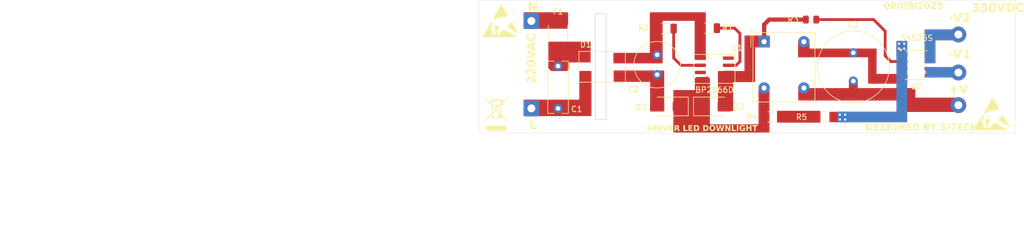
<source format=kicad_pcb>
(kicad_pcb (version 20240108) (generator "pcbnew") (generator_version "8.0")
  (layers (0 "F.Cu" signal) (31 "B.Cu" signal) (34 "B.Paste" user) (35 "F.Paste" user) (36 "B.SilkS" user "B.Silkscreen") (37 "F.SilkS" user "F.Silkscreen") (38 "B.Mask" user) (39 "F.Mask" user) (44 "Edge.Cuts" user))
  (net 0 "")
  (net 1 "NEUT")
  (net 2 "LINE")
  (net 3 "Net-(D1-+)")
  (net 4 "GND")
  (net 5 "VCC")
  (net 6 "Net-(D2-A)")
  (net 7 "unconnected-(F1-Pad1)")
  (net 8 "Net-(U2-D2-Pad5)")
  (net 9 "Net-(U2-D1-Pad7)")
  (net 10 "Net-(U1-CS)")
  (net 11 "Net-(U1-ROVP)")
  (net 12 "Net-(U2-CLK)")
  (net 13 "Net-(R4-Pad1)")
  (net 14 "Net-(U2-HV)")
  (net 17 "GND1")
  (net 18 "VCC1")
  (footprint "" (layer "F.Cu") (at 186.436 70.866)
    (property "Reference" "" (at 0 0 0) (layer "F.SilkS") (effects (font (size 1.27 1.27))))
    (property "Value" "")
    (pad "2" thru_hole circle (at 0 0 270) (size 2.8 2.8) (drill 1.4) (layers "*.Cu" "*.Mask") (net 9 "Net-(U2-D1-Pad7)"))
  )
  (footprint "Symbol:ESD-Logo_6.6x6mm_SilkScreen" (layer "F.Cu") (at 105.35 68.3706)
    (property "Reference" "REF**" (hide yes))
    (property "Value" "ESD-Logo_6.6x6mm_SilkScreen" (hide yes))
  )
  (footprint "MountingHole:MountingHole_3.2mm_M3_DIN965_Pad" (layer "F.Cu") (at 192.63 76.61 90)
    (property "Reference" "H2" (hide yes))
    (property "Value" "MountingHole_Pad_MP")
    (pad "" np_thru_hole circle (at 0 0 90) (size 3.2 3.2) (drill 3.2) (layers "F&B.Cu" "*.Mask"))
  )
  (footprint "Capacitor_THT:C_Radial_D8.0mm_H11.5mm_P3.50mm" (layer "F.Cu") (at 133.0868 77.9666 90)
    (property "Reference" "C2" (at -2.6468 -4.191 180) (layer "F.SilkS"))
    (property "Value" "4.7uF/400V")
    (pad "1" thru_hole circle (at 0 0 90) (size 1.6 1.6) (drill 0.8) (layers "*.Cu" "*.Mask") (net 3 "Net-(D1-+)"))
    (pad "2" thru_hole circle (at 3.5 0 90) (size 1.6 1.6) (drill 0.8) (layers "*.Cu" "*.Mask") (net 4 "GND"))
  )
  (footprint "" (layer "F.Cu") (at 110.811 68.4745)
    (property "Reference" "" (at 0 0 0) (layer "F.SilkS") (effects (font (size 1.27 1.27))))
    (property "Value" "")
    (pad "1" thru_hole roundrect (at 0 0 270) (size 2.8 2.8) (drill 1.4) (layers "*.Cu" "*.Mask") (roundrect_rratio 0.089286) (net 7 "unconnected-(F1-Pad1)"))
  )
  (footprint "Capacitor_THT:C_Rect_L9.0mm_W3.4mm_P7.50mm_MKT" (layer "F.Cu") (at 115.5354 76.4625 -90)
    (property "Reference" "C1" (at 7.627 -3.302 180) (layer "F.SilkS"))
    (property "Value" "0.1uF/250V")
    (pad "1" thru_hole circle (at 0 0 270) (size 1.6 1.6) (drill 0.8) (layers "*.Cu" "*.Mask") (net 2 "LINE"))
    (pad "2" thru_hole circle (at 7.5 0 270) (size 1.6 1.6) (drill 0.8) (layers "*.Cu" "*.Mask") (net 1 "NEUT"))
  )
  (footprint "Resistor_SMD:R_1206_3216Metric" (layer "F.Cu") (at 153.4322 85.4648 180)
    (property "Reference" "R4" (at 3.5814 0 0) (layer "F.SilkS"))
    (property "Value" "27K")
    (pad "1" smd roundrect (at -1.4625 0 180) (size 1.125 1.75) (layers "F.Cu" "F.Paste" "F.Mask") (roundrect_rratio 0.222222) (net 13 "Net-(R4-Pad1)"))
    (pad "2" smd roundrect (at 1.4625 0 180) (size 1.125 1.75) (layers "F.Cu" "F.Paste" "F.Mask") (roundrect_rratio 0.222222) (net 5 "VCC"))
  )
  (footprint "Symbol:ESD-Logo_6.6x6mm_SilkScreen" (layer "F.Cu") (at 192.345 84.8806)
    (property "Reference" "REF**" (hide yes))
    (property "Value" "ESD-Logo_6.6x6mm_SilkScreen" (hide yes))
  )
  (footprint "Diode_SMD:D_SMA" (layer "F.Cu") (at 135.0868 83.6106 180)
    (property "Reference" "D3" (at 4.8535 -0.122 0) (layer "F.SilkS"))
    (property "Value" "ES1J/1A-600V")
    (pad "1" smd roundrect (at -2 0 180) (size 2.5 1.8) (layers "F.Cu" "F.Paste" "F.Mask") (roundrect_rratio 0.1388888889) (net 5 "VCC"))
    (pad "2" smd roundrect (at 2 0 180) (size 2.5 1.8) (layers "F.Cu" "F.Paste" "F.Mask") (roundrect_rratio 0.1388888889) (net 3 "Net-(D1-+)"))
  )
  (footprint "" (layer "F.Cu") (at 186.436 83.383)
    (property "Reference" "" (at 0 0 0) (layer "F.SilkS") (effects (font (size 1.27 1.27))))
    (property "Value" "")
    (pad "2" thru_hole circle (at 0 0 270) (size 2.8 2.8) (drill 1.4) (layers "*.Cu" "*.Mask") (net 18 "VCC1"))
  )
  (footprint "Resistor_SMD:R_1206_3216Metric" (layer "F.Cu") (at 134.5493 69.822 180)
    (property "Reference" "R2" (at 3.8755 0.0798 0) (layer "F.SilkS"))
    (property "Value" "15K")
    (pad "1" smd roundrect (at -1.4625 0 180) (size 1.125 1.75) (layers "F.Cu" "F.Paste" "F.Mask") (roundrect_rratio 0.222222) (net 11 "Net-(U1-ROVP)"))
    (pad "2" smd roundrect (at 1.4625 0 180) (size 1.125 1.75) (layers "F.Cu" "F.Paste" "F.Mask") (roundrect_rratio 0.222222) (net 4 "GND"))
  )
  (footprint "Symbol:WEEE-Logo_4.2x6mm_SilkScreen" (layer "F.Cu") (at 104.588 84.8806)
    (property "Reference" "REF**" (hide yes))
    (property "Value" "WEEE-Logo_4.2x6mm_SilkScreen" (hide yes))
  )
  (footprint "MountingHole:MountingHole_3.2mm_M3_DIN965_Pad" (layer "F.Cu") (at 105.13 76.61)
    (property "Reference" "H1" (hide yes))
    (property "Value" "MountingHole_Pad_MP")
    (pad "" np_thru_hole circle (at 0 0) (size 3.2 3.2) (drill 3.2) (layers "F&B.Cu" "*.Mask"))
  )
  (footprint "Diode_SMD:D_SMA" (layer "F.Cu") (at 143.0436 83.6106)
    (property "Reference" "D2" (at 4.489 -0.005 0) (layer "F.SilkS"))
    (property "Value" "ES1J/1A-600V")
    (pad "1" smd roundrect (at -2 0) (size 2.5 1.8) (layers "F.Cu" "F.Paste" "F.Mask") (roundrect_rratio 0.1388888889) (net 5 "VCC"))
    (pad "2" smd roundrect (at 2 0) (size 2.5 1.8) (layers "F.Cu" "F.Paste" "F.Mask") (roundrect_rratio 0.1388888889) (net 6 "Net-(D2-A)"))
  )
  (footprint "Resistor_SMD:R_0805_2012Metric" (layer "F.Cu") (at 160.341 68.223)
    (property "Reference" "R3" (at -3.175 0 0) (layer "F.SilkS"))
    (property "Value" "330K")
    (pad "1" smd roundrect (at -0.9125 0) (size 1.025 1.4) (layers "F.Cu" "F.Paste" "F.Mask") (roundrect_rratio 0.243902) (net 6 "Net-(D2-A)"))
    (pad "2" smd roundrect (at 0.9125 0) (size 1.025 1.4) (layers "F.Cu" "F.Paste" "F.Mask") (roundrect_rratio 0.243902) (net 12 "Net-(U2-CLK)"))
  )
  (footprint "Capacitor_THT:C_Radial_D12.5mm_H20.0mm_P5.00mm" (layer "F.Cu") (at 167.834 79.105 90)
    (property "Reference" "C3" (at 10.0232 -0.0254 180) (layer "F.SilkS"))
    (property "Value" "22uF/400V")
    (pad "1" thru_hole circle (at 0 0 90) (size 1.6 1.6) (drill 0.8) (layers "*.Cu" "*.Mask") (net 18 "VCC1"))
    (pad "2" thru_hole circle (at 5 0 90) (size 1.6 1.6) (drill 0.8) (layers "*.Cu" "*.Mask") (net 17 "GND1"))
  )
  (footprint "" (layer "F.Cu") (at 186.436 77.597)
    (property "Reference" "" (at 0 0 0) (layer "F.SilkS") (effects (font (size 1.27 1.27))))
    (property "Value" "")
    (pad "2" thru_hole circle (at 0 0 270) (size 2.8 2.8) (drill 1.4) (layers "*.Cu" "*.Mask") (net 8 "Net-(U2-D2-Pad5)"))
  )
  (footprint "Resistor_SMD:R_1206_3216Metric" (layer "F.Cu") (at 162.7032 85.4648 180)
    (property "Reference" "R5" (at 4.0386 -0.0254 0) (layer "F.SilkS"))
    (property "Value" "27K")
    (pad "1" smd roundrect (at -1.4625 0 180) (size 1.125 1.75) (layers "F.Cu" "F.Paste" "F.Mask") (roundrect_rratio 0.222222) (net 14 "Net-(U2-HV)"))
    (pad "2" smd roundrect (at 1.4625 0 180) (size 1.125 1.75) (layers "F.Cu" "F.Paste" "F.Mask") (roundrect_rratio 0.222222) (net 13 "Net-(R4-Pad1)"))
  )
  (footprint "Fuse:Fuse_1812_4532Metric" (layer "F.Cu") (at 115.5354 70.6275 -90)
    (property "Reference" "F1" (at -3.81 0 180) (layer "F.SilkS"))
    (property "Value" "500mA")
    (pad "1" smd roundrect (at -2.1375 0 270) (size 1.125 3.4) (layers "F.Cu" "F.Paste" "F.Mask") (roundrect_rratio 0.222222) (net 7 "unconnected-(F1-Pad1)"))
    (pad "2" smd roundrect (at 2.1375 0 270) (size 1.125 3.4) (layers "F.Cu" "F.Paste" "F.Mask") (roundrect_rratio 0.222222) (net 2 "LINE"))
  )
  (footprint "Package_SO:SOIC-8_3.9x4.9mm_P1.27mm" (layer "F.Cu") (at 178.943 76.283)
    (property "Reference" "U2" (at 0.067 3.7716 0) (layer "F.SilkS"))
    (property "Value" "S4525S")
    (pad "1" smd roundrect (at -2.475 -1.905) (size 1.95 0.6) (layers "F.Cu" "F.Paste" "F.Mask") (net 14 "Net-(U2-HV)"))
    (pad "2" smd roundrect (at -2.475 -0.635) (size 1.95 0.6) (layers "F.Cu" "F.Paste" "F.Mask") (net 12 "Net-(U2-CLK)"))
    (pad "3" smd roundrect (at -2.475 0.635) (size 1.95 0.6) (layers "F.Cu" "F.Paste" "F.Mask"))
    (pad "4" smd roundrect (at -2.475 1.905) (size 1.95 0.6) (layers "F.Cu" "F.Paste" "F.Mask") (net 17 "GND1"))
    (pad "5" smd roundrect (at 2.475 1.905) (size 1.95 0.6) (layers "F.Cu" "F.Paste" "F.Mask") (net 8 "Net-(U2-D2-Pad5)"))
    (pad "6" smd roundrect (at 2.475 0.635) (size 1.95 0.6) (layers "F.Cu" "F.Paste" "F.Mask") (net 8 "Net-(U2-D2-Pad5)"))
    (pad "7" smd roundrect (at 2.475 -0.635) (size 1.95 0.6) (layers "F.Cu" "F.Paste" "F.Mask") (net 9 "Net-(U2-D1-Pad7)"))
    (pad "8" smd roundrect (at 2.475 -1.905) (size 1.95 0.6) (layers "F.Cu" "F.Paste" "F.Mask") (net 9 "Net-(U2-D1-Pad7)"))
  )
  (footprint "SI_Mosfet_Buck:BP2866" (layer "F.Cu") (at 143.2214 76.9558)
    (property "Reference" "U1" (at 4 -3.71 0) (layer "F.SilkS"))
    (property "Value" "BP2866D")
    (pad "1" smd roundrect (at -2.475 -1.905) (size 1.95 0.6) (layers "F.Cu" "F.Paste" "F.Mask") (net 4 "GND"))
    (pad "2" smd roundrect (at -2.475 -0.635) (size 1.95 0.6) (layers "F.Cu" "F.Paste" "F.Mask") (net 11 "Net-(U1-ROVP)"))
    (pad "3" smd roundrect (at -2.475 0.635) (size 1.95 0.6) (layers "F.Cu" "F.Paste" "F.Mask"))
    (pad "4" smd roundrect (at -2.475 1.905) (size 1.95 0.6) (layers "F.Cu" "F.Paste" "F.Mask") (net 5 "VCC"))
    (pad "5" smd roundrect (at 2.475 1.905) (size 1.95 0.6) (layers "F.Cu" "F.Paste" "F.Mask") (net 6 "Net-(D2-A)"))
    (pad "6" smd roundrect (at 2.475 0.635) (size 1.95 0.6) (layers "F.Cu" "F.Paste" "F.Mask") (net 6 "Net-(D2-A)"))
    (pad "7" smd roundrect (at 2.475 -0.635) (size 1.95 0.6) (layers "F.Cu" "F.Paste" "F.Mask") (net 10 "Net-(U1-CS)"))
    (pad "8" smd roundrect (at 2.475 -1.905) (size 1.95 0.6) (layers "F.Cu" "F.Paste" "F.Mask"))
  )
  (footprint "Resistor_SMD:R_1206_3216Metric" (layer "F.Cu") (at 142.2089 69.7422 180)
    (property "Reference" "R1" (at -3.3765 0.014 0) (layer "F.SilkS"))
    (property "Value" "180K")
    (pad "1" smd roundrect (at -1.4625 0 180) (size 1.125 1.75) (layers "F.Cu" "F.Paste" "F.Mask") (roundrect_rratio 0.222222) (net 10 "Net-(U1-CS)"))
    (pad "2" smd roundrect (at 1.4625 0 180) (size 1.125 1.75) (layers "F.Cu" "F.Paste" "F.Mask") (roundrect_rratio 0.222222) (net 4 "GND"))
  )
  (footprint "CTS_Diode_SMD:DiodeBridge_MB10F-13" (layer "F.Cu") (at 123.3459 76.5802 180)
    (property "Reference" "D1" (at 2.921 3.929 180) (layer "F.SilkS"))
    (property "Value" "MB10F-13")
    (pad "1" smd rect (at -2.9591 -1.25 180) (size 1.792199 0.8628) (layers "F.Cu" "F.Paste" "F.Mask") (net 3 "Net-(D1-+)"))
    (pad "2" smd rect (at 2.9591 -1.25 180) (size 1.792199 0.8628) (layers "F.Cu" "F.Paste" "F.Mask") (net 1 "NEUT"))
    (pad "3" smd rect (at -2.9591 1.25 180) (size 1.792199 0.8628) (layers "F.Cu" "F.Paste" "F.Mask") (net 4 "GND"))
    (pad "4" smd rect (at 2.9591 1.25 180) (size 1.792199 0.8628) (layers "F.Cu" "F.Paste" "F.Mask") (net 2 "LINE"))
  )
  (footprint "" (layer "F.Cu") (at 110.811 83.947)
    (property "Reference" "" (at 0 0 0) (layer "F.SilkS") (effects (font (size 1.27 1.27))))
    (property "Value" "")
    (pad "1" thru_hole roundrect (at 0 0 270) (size 2.8 2.8) (drill 1.4) (layers "*.Cu" "*.Mask") (roundrect_rratio 0.089286) (net 1 "NEUT"))
  )
  (footprint "QSL_Filter:choke_4pin_7x8" (layer "F.Cu") (at 149.886073 82.873356)
    (property "Reference" "FL1" (hide yes))
    (property "Value" "10mH")
    (pad "1" thru_hole rect (at 2.151654 -10.726712) (size 2 2) (drill 0.9) (layers "*.Cu" "*.Mask") (net 6 "Net-(D2-A)"))
    (pad "2" thru_hole circle (at 9.182 -10.726712) (size 2 2) (drill 0.9) (layers "*.Cu" "*.Mask") (net 17 "GND1"))
    (pad "3" thru_hole circle (at 2.151654 -2.54) (size 2 2) (drill 0.9) (layers "*.Cu" "*.Mask") (net 5 "VCC"))
    (pad "4" thru_hole circle (at 9.182 -2.54) (size 2 2) (drill 0.9) (layers "*.Cu" "*.Mask") (net 18 "VCC1"))
  )
  (gr_rect (start 122.114 67.1439) (end 124.019 85.9549) (stroke (width 0.1)) (fill none) (layer "Edge.Cuts"))
  (gr_rect (start 101.54 64.78) (end 196.54 88.3096) (stroke (width 0.05)) (fill none) (layer "Edge.Cuts"))
  (gr_text "DESIGNED BY SITECH" (at 169.9168 88.0556 0) (layer "F.SilkS") (effects (font (size 1.2 1.2) (thickness 0.3) (bold yes)) (justify left bottom)))
  (gr_text "08/08/2025" (at 173.215837 66.5418 0) (layer "F.SilkS") (effects (font (size 1.2 1.2) (thickness 0.3) (bold yes)) (justify left bottom)))
  (gr_text "S4525S" (at 179.07 71.501 0) (layer "F.SilkS") (effects (font (size 1 1))))
  (gr_text "220VAC" (at 111.7508 79.6228 90) (layer "F.SilkS") (effects (font (size 1.5 1.5) (thickness 0.3) (bold yes)) (justify left bottom)))
  (gr_text "330VDC" (at 188.789 67.1006 0) (layer "F.SilkS") (effects (font (size 1.5 1.5) (thickness 0.3) (bold yes)) (justify left bottom)))
  (gr_text "DRIVER LED DOWNLIGHT" (at 131.258 88.114062 0) (layer "F.SilkS") (effects (font (size 1 1) (thickness 0.2) (bold yes)) (justify left bottom)))
  (gr_text "+V" (at 184.785 81.534 0) (layer "F.SilkS") (effects (font (size 1.5 1.5) (thickness 0.3) (bold yes)) (justify left bottom)))
  (gr_text "-V2" (at 184.785 68.834 0) (layer "F.SilkS") (effects (font (size 1.5 1.5) (thickness 0.3) (bold yes)) (justify left bottom)))
  (gr_text "N" (at 110.176 66.8974 0) (layer "F.SilkS") (effects (font (size 1.5 1.5) (thickness 0.3) (bold yes)) (justify left bottom)))
  (gr_text "BP2866D" (at 143.2468 80.6642 0) (layer "F.SilkS") (effects (font (size 1 1))))
  (gr_text "L" (at 110.43 87.8524 0) (layer "F.SilkS") (effects (font (size 1.5 1.5) (thickness 0.3) (bold yes)) (justify left bottom)))
  (gr_text "-V1" (at 184.785 75.311 0) (layer "F.SilkS") (effects (font (size 1.5 1.5) (thickness 0.3) (bold yes)) (justify left bottom)))
  (segment (start 155.388 68.223) (end 159.4285 68.223) (width 0.75) (layer "F.Cu") (net 6))
  (segment (start 152.037727 69.104673) (end 152.9194 68.223) (width 0.75) (layer "F.Cu") (net 6))
  (segment (start 152.037727 72.146644) (end 152.037727 69.104673) (width 0.75) (layer "F.Cu") (net 6))
  (segment (start 152.9194 68.223) (end 155.388 68.223) (width 0.75) (layer "F.Cu") (net 6))
  (segment (start 147.7426 75.6604) (end 147.7426 70.682) (width 0.5) (layer "F.Cu") (net 10))
  (segment (start 147.7426 70.682) (end 146.8028 69.7422) (width 0.5) (layer "F.Cu") (net 10))
  (segment (start 145.6964 76.3208) (end 147.0822 76.3208) (width 0.5) (layer "F.Cu") (net 10))
  (segment (start 146.8028 69.7422) (end 143.6714 69.7422) (width 0.5) (layer "F.Cu") (net 10))
  (segment (start 147.0822 76.3208) (end 147.7426 75.6604) (width 0.5) (layer "F.Cu") (net 10))
  (segment (start 136.0118 75.0294) (end 137.3032 76.3208) (width 0.5) (layer "F.Cu") (net 11))
  (segment (start 137.3032 76.3208) (end 140.7464 76.3208) (width 0.5) (layer "F.Cu") (net 11))
  (segment (start 136.0118 69.822) (end 136.0118 75.0294) (width 0.5) (layer "F.Cu") (net 11))
  (segment (start 173.4728 70.2756) (end 173.4728 74.6444) (width 0.5) (layer "F.Cu") (net 12))
  (segment (start 173.4728 74.6444) (end 174.4764 75.648) (width 0.5) (layer "F.Cu") (net 12))
  (segment (start 161.2535 68.223) (end 171.4202 68.223) (width 0.5) (layer "F.Cu") (net 12))
  (segment (start 174.4764 75.648) (end 176.468 75.648) (width 0.5) (layer "F.Cu") (net 12))
  (segment (start 171.4202 68.223) (end 173.4728 70.2756) (width 0.5) (layer "F.Cu") (net 12))
  (via (at 176.852 73.351) (size 0.8) (drill 0.4) (layers "F.Cu" "B.Cu") (net 14))
  (via (at 165.443033 85.062) (size 0.8) (drill 0.4) (layers "F.Cu" "B.Cu") (net 14))
  (via (at 176.852 72.491) (size 0.8) (drill 0.4) (layers "F.Cu" "B.Cu") (net 14))
  (via (at 165.443033 85.922) (size 0.8) (drill 0.4) (layers "F.Cu" "B.Cu") (net 14))
  (via (at 175.922 72.491) (size 0.8) (drill 0.4) (layers "F.Cu" "B.Cu") (net 14))
  (via (at 166.3862 85.062) (size 0.8) (drill 0.4) (layers "F.Cu" "B.Cu") (net 14))
  (via (at 175.922 73.351) (size 0.8) (drill 0.4) (layers "F.Cu" "B.Cu") (net 14))
  (via (at 166.3862 85.922) (size 0.8) (drill 0.4) (layers "F.Cu" "B.Cu") (net 14))
  (zone (net 3) (net_name "Net-(D1-+)") (layer "F.Cu") (priority 3) (connect_pads yes (clearance 0.5)) (min_thickness 0.25) (fill yes (thermal_gap 0.5) (thermal_bridge_width 0.5) (island_removal_mode 1) (island_area_min 10))
    (polygon (pts (xy 131.8422 77.2404) (xy 134.3314 77.2404) (xy 134.3314 84.4742) (xy 131.8422 84.4742)))
  )
  (zone (net 18) (net_name "VCC1") (layer "F.Cu") (priority 4) (connect_pads yes (clearance 0.5)) (min_thickness 0.25) (fill yes (thermal_gap 0.5) (thermal_bridge_width 0.5))
    (polygon (pts (xy 158.094661 82.555) (xy 158.094661 80.1356) (xy 160.065473 80.1356) (xy 160.065473 82.555)))
  )
  (zone (net 18) (net_name "VCC1") (layer "F.Cu") (priority 4) (connect_pads yes (clearance 0.5)) (min_thickness 0.25) (fill yes (thermal_gap 0.5) (thermal_bridge_width 0.5))
    (polygon (pts (xy 167.0466 82.550806) (xy 167.0466 79.018) (xy 168.6214 79.018) (xy 168.6214 82.550806)))
  )
  (zone (net 13) (net_name "Net-(R4-Pad1)") (layer "F.Cu") (priority 6) (connect_pads yes (clearance 0.5)) (min_thickness 0.25) (fill yes (thermal_gap 0.5) (thermal_bridge_width 0.5))
    (polygon (pts (xy 154.3232 84.3808) (xy 162.0132 84.3808) (xy 162.0132 86.4808) (xy 154.3232 86.4808)))
  )
  (zone (net 14) (net_name "Net-(U2-HV)") (layer "F.Cu") (priority 7) (connect_pads yes (clearance 0.5)) (min_thickness 0.25) (fill yes (thermal_gap 0.5) (thermal_bridge_width 0.5))
    (polygon (pts (xy 177.372 74.881) (xy 177.372 71.991) (xy 175.452 71.991) (xy 175.452 74.881)))
  )
  (zone (net 4) (net_name "GND") (layer "F.Cu") (priority 11) (connect_pads yes (clearance 0.5)) (min_thickness 0.25) (fill yes (thermal_gap 0.5) (thermal_bridge_width 0.5))
    (polygon (pts (xy 125.3294 75.982) (xy 134.067 75.982) (xy 134.067 68.4504) (xy 139.7312 68.4504) (xy 139.7312 72.233998) (xy 139.7312 72.233998) (xy 139.7312 75.335) (xy 141.7093 75.335) (xy 141.7093 66.9276) (xy 131.7914 66.9276) (xy 131.7914 74.1158) (xy 125.3294 74.1158)))
  )
  (zone (net 17) (net_name "GND1") (layer "F.Cu") (priority 10) (connect_pads yes (clearance 0.5)) (min_thickness 0.25) (fill yes (thermal_gap 0.5) (thermal_bridge_width 0.5))
    (polygon (pts (xy 160.087 71.9816) (xy 158.055 71.9816) (xy 158.055 74.8772) (xy 160.087 74.8772)))
  )
  (zone (net 18) (net_name "VCC1") (layer "F.Cu") (priority 4) (connect_pads yes (clearance 0.5)) (min_thickness 0.25) (fill yes (thermal_gap 0.5) (thermal_bridge_width 0.5))
    (polygon (pts (xy 176.53 84.533) (xy 176.53 80.3656) (xy 178.435 80.3656) (xy 178.435 84.533)))
  )
  (zone (net 3) (net_name "Net-(D1-+)") (layer "F.Cu") (priority 3) (connect_pads yes (clearance 0.5)) (min_thickness 0.25) (fill yes (thermal_gap 0.5) (thermal_bridge_width 0.5) (island_removal_mode 1) (island_area_min 10))
    (polygon (pts (xy 133.2138 77.2352) (xy 133.2138 79.2564) (xy 125.3906 79.2564) (xy 125.3906 77.2352)))
  )
  (zone (net 1) (net_name "NEUT") (layer "F.Cu") (priority 2) (connect_pads yes (clearance 0.5)) (min_thickness 0.25) (fill yes (thermal_gap 0.5) (thermal_bridge_width 0.5) (island_removal_mode 1) (island_area_min 10))
    (polygon (pts (xy 109.4394 82.3976) (xy 119.2946 82.3976) (xy 119.2946 77.3176) (xy 121.4536 77.3176) (xy 121.4536 85.3186) (xy 109.4394 85.3186)))
  )
  (zone (net 6) (net_name "Net-(D2-A)") (layer "F.Cu") (priority 5) (connect_pads yes (clearance 0.5)) (min_thickness 0.25) (fill yes (thermal_gap 0.5) (thermal_bridge_width 0.5) (island_removal_mode 1) (island_area_min 10))
    (polygon (pts (xy 143.8564 77.3368) (xy 148.5554 77.3368) (xy 148.5554 71.0376) (xy 152.9496 71.0376) (xy 152.9496 73.1458) (xy 150.435 73.1458) (xy 150.435 79.2926) (xy 146.554 79.2926) (xy 146.554 84.4234) (xy 143.8564 84.4234)))
  )
  (zone (net 5) (net_name "VCC") (layer "F.Cu") (priority 4) (connect_pads yes (clearance 0.5)) (min_thickness 0.25) (fill yes (thermal_gap 0.5) (thermal_bridge_width 0.5))
    (polygon (pts (xy 135.957 80.702) (xy 135.957 88.2204) (xy 152.975 88.2204) (xy 152.975 85.274) (xy 152.488466 85.274) (xy 152.488466 86.7726) (xy 152.975 86.7726) (xy 152.975 80.194) (xy 151.0446 80.194) (xy 151.0446 86.7726) (xy 142.434 86.7726) (xy 142.434 78.67) (xy 142.053 78.289) (xy 140.148 78.289) (xy 139.767 78.67) (xy 139.767 80.702)))
  )
  (zone (net 17) (net_name "GND1") (layer "F.Cu") (priority 10) (connect_pads yes (clearance 0.5)) (min_thickness 0.25) (fill yes (thermal_gap 0.5) (thermal_bridge_width 0.5))
    (polygon (pts (xy 177.419 77.851) (xy 171.3146 77.851) (xy 171.3146 79.5782) (xy 177.419 79.5782)))
  )
  (zone (net 14) (net_name "Net-(U2-HV)") (layer "F.Cu") (priority 7) (connect_pads yes (clearance 0.5)) (min_thickness 0.25) (fill yes (thermal_gap 0.5) (thermal_bridge_width 0.5))
    (polygon (pts (xy 163.5922 86.3974) (xy 166.8922 86.3974) (xy 166.8922 84.5504) (xy 163.5922 84.5504)))
  )
  (zone (net 2) (net_name "LINE") (layer "F.Cu") (priority 1) (connect_pads yes (clearance 0.5)) (min_thickness 0.25) (fill yes (thermal_gap 0.5) (thermal_bridge_width 0.5) (island_removal_mode 1) (island_area_min 10))
    (polygon (pts (xy 113.8174 72.136) (xy 121.3104 72.136) (xy 121.3104 75.819) (xy 118.3894 75.819) (xy 117.6274 75.057) (xy 118.39015 75.81975) (xy 117.5004 75.81975) (xy 117.5004 76.962) (xy 117.1194 77.343) (xy 114.3254 77.343) (xy 113.8174 76.835)))
  )
  (zone (net 7) (net_name "unconnected-(F1-Pad1)") (layer "F.Cu") (connect_pads yes (clearance 0.5)) (min_thickness 0.25) (fill yes (thermal_gap 0.5) (thermal_bridge_width 0.5) (island_removal_mode 1) (island_area_min 10))
    (polygon (pts (xy 109.4394 66.929) (xy 117.3134 66.929) (xy 117.3134 69.85) (xy 109.4394 69.85)))
  )
  (zone (net 18) (net_name "VCC1") (layer "F.Cu") (priority 4) (connect_pads yes (clearance 0.5)) (min_thickness 0.25) (fill yes (thermal_gap 0.5) (thermal_bridge_width 0.5))
    (polygon (pts (xy 158.0896 80.3594) (xy 178.816 80.3594) (xy 178.816 82.558) (xy 158.0896 82.558)))
  )
  (zone (net 18) (net_name "VCC1") (layer "F.Cu") (priority 4) (connect_pads yes (clearance 0.5)) (min_thickness 0.25) (fill yes (thermal_gap 0.5) (thermal_bridge_width 0.5))
    (polygon (pts (xy 176.53 82.042) (xy 186.436 82.042) (xy 186.436 84.582) (xy 176.53 84.582)))
  )
  (zone (net 17) (net_name "GND1") (layer "F.Cu") (priority 10) (connect_pads yes (clearance 0.5)) (min_thickness 0.25) (fill yes (thermal_gap 0.5) (thermal_bridge_width 0.5))
    (polygon (pts (xy 167.6654 73.349) (xy 167.6654 74.8984) (xy 171.950611 74.8984) (xy 171.950611 73.349)))
  )
  (zone (net 17) (net_name "GND1") (layer "F.Cu") (priority 10) (connect_pads yes (clearance 0.5)) (min_thickness 0.25) (fill yes (thermal_gap 0.5) (thermal_bridge_width 0.5))
    (polygon (pts (xy 170.4502 73.3552) (xy 170.4502 79.577984) (xy 171.9488 79.577984) (xy 171.9488 73.3552)))
  )
  (zone (net 17) (net_name "GND1") (layer "F.Cu") (priority 10) (connect_pads yes (clearance 0.5)) (min_thickness 0.25) (fill yes (thermal_gap 0.5) (thermal_bridge_width 0.5))
    (polygon (pts (xy 167.8594 74.8984) (xy 167.8594 73.349) (xy 158.055 73.349) (xy 158.055 74.8984) (xy 161.1284 74.8984)))
  )
  (zone (net 8) (net_name "Net-(U2-D2-Pad5)") (layers "F&B.Cu") (priority 9) (connect_pads yes (clearance 0.5)) (min_thickness 0.25) (fill yes (thermal_gap 0.5) (thermal_bridge_width 0.5))
    (polygon (pts (xy 186.182 78.465) (xy 186.309 78.486) (xy 180.623 78.486) (xy 180.623 77.775) (xy 180.622405 77.775) (xy 180.622405 76.652) (xy 186.289 76.652) (xy 186.289 78.465)))
  )
  (zone (net 9) (net_name "Net-(U2-D1-Pad7)") (layers "F&B.Cu") (priority 8) (connect_pads yes (clearance 0.5)) (min_thickness 0.25) (fill yes (thermal_gap 0.5) (thermal_bridge_width 0.5))
    (polygon (pts (xy 186.816 69.967) (xy 180.455785 69.967) (xy 180.455785 75.933) (xy 182.372 75.933) (xy 182.372 71.882) (xy 186.816 71.882)))
  )
  (zone (net 14) (net_name "Net-(U2-HV)") (layer "B.Cu") (priority 7) (connect_pads yes (clearance 0.5)) (min_thickness 0.25) (fill yes (thermal_gap 0.5) (thermal_bridge_width 0.5))
    (polygon (pts (xy 164.9728 84.525) (xy 175.458735 84.525) (xy 175.458735 71.9912) (xy 177.3702 71.9912) (xy 177.3702 86.4228) (xy 164.9728 86.4228) (xy 164.9728 85.4966) (xy 164.9728 84.9886)))
  )
)
</source>
